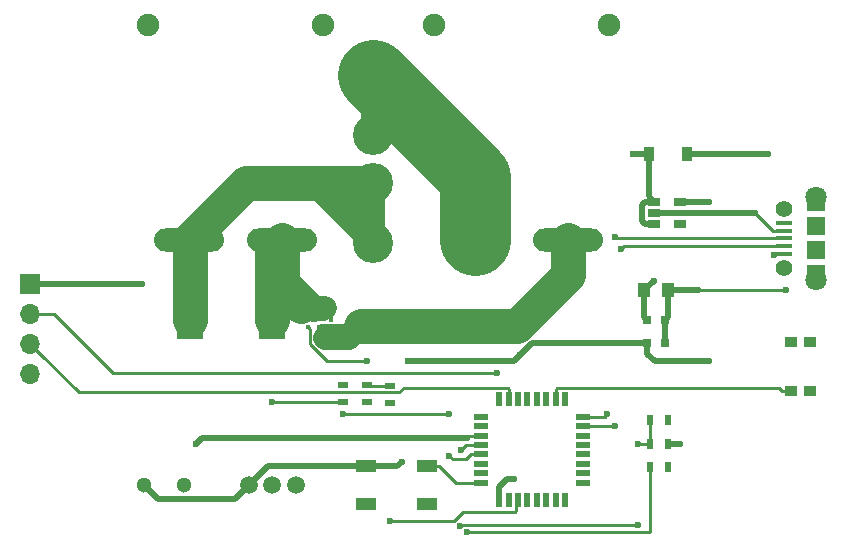
<source format=gbr>
G04 #@! TF.FileFunction,Copper,L1,Top,Signal*
%FSLAX46Y46*%
G04 Gerber Fmt 4.6, Leading zero omitted, Abs format (unit mm)*
G04 Created by KiCad (PCBNEW 4.0.7-e2-6376~61~ubuntu18.04.1) date Sat Jul 21 17:42:36 2018*
%MOMM*%
%LPD*%
G01*
G04 APERTURE LIST*
%ADD10C,0.100000*%
%ADD11R,1.000000X1.250000*%
%ADD12R,0.800000X0.750000*%
%ADD13R,0.900000X1.200000*%
%ADD14R,2.250000X3.200000*%
%ADD15C,3.400000*%
%ADD16R,1.700000X1.700000*%
%ADD17O,1.700000X1.700000*%
%ADD18O,5.930000X1.970000*%
%ADD19C,1.900000*%
%ADD20R,1.350000X0.450000*%
%ADD21C,1.408000*%
%ADD22C,1.800000*%
%ADD23R,1.550000X1.500000*%
%ADD24R,0.900000X0.500000*%
%ADD25C,1.300000*%
%ADD26R,0.500000X0.900000*%
%ADD27R,0.998220X0.899160*%
%ADD28C,1.500000*%
%ADD29R,1.270000X0.558800*%
%ADD30R,0.558800X1.270000*%
%ADD31R,1.651000X0.998220*%
%ADD32R,1.060000X0.650000*%
%ADD33R,0.450000X0.300000*%
%ADD34R,0.750000X0.300000*%
%ADD35R,1.000000X0.950000*%
%ADD36C,0.300000*%
%ADD37C,0.600000*%
%ADD38C,0.500000*%
%ADD39C,3.000000*%
%ADD40C,2.000000*%
%ADD41C,0.250000*%
%ADD42C,6.000000*%
G04 APERTURE END LIST*
D10*
D11*
X122000000Y-89500000D03*
X124000000Y-89500000D03*
D12*
X123750000Y-92000000D03*
X122250000Y-92000000D03*
X123750000Y-94000000D03*
X122250000Y-94000000D03*
D13*
X122350000Y-78000000D03*
X125650000Y-78000000D03*
D14*
X83550000Y-92000000D03*
X90450000Y-92000000D03*
D15*
X99000000Y-76360000D03*
X99000000Y-80420000D03*
X99000000Y-71280000D03*
X99000000Y-85500000D03*
D16*
X70000000Y-88960000D03*
D17*
X70000000Y-91500000D03*
X70000000Y-94040000D03*
X70000000Y-96580000D03*
D18*
X107660000Y-85240000D03*
X115560000Y-85240000D03*
D19*
X104220000Y-67000000D03*
X119000000Y-67000000D03*
D18*
X83440000Y-85240000D03*
X91340000Y-85240000D03*
D19*
X80000000Y-67000000D03*
X94780000Y-67000000D03*
D20*
X133825000Y-86400000D03*
X133825000Y-85750000D03*
X133825000Y-85100000D03*
X133825000Y-84450000D03*
X133825000Y-83800000D03*
D21*
X133800000Y-87600000D03*
X133800000Y-82600000D03*
D22*
X136500000Y-88600000D03*
X136500000Y-81600000D03*
D23*
X136500000Y-86100000D03*
X136500000Y-84100000D03*
X136500000Y-88150000D03*
X136500000Y-82050000D03*
D24*
X100500000Y-97571429D03*
X100500000Y-99071429D03*
X98500000Y-97500000D03*
X98500000Y-99000000D03*
X96500000Y-99000000D03*
X96500000Y-97500000D03*
D25*
X79600000Y-106000000D03*
X83000000Y-106000000D03*
D26*
X122500000Y-104500000D03*
X124000000Y-104500000D03*
X124000000Y-102500000D03*
X122500000Y-102500000D03*
X122500000Y-100500000D03*
X124000000Y-100500000D03*
D27*
X134404880Y-93900440D03*
X134404880Y-98000000D03*
X136000000Y-98000000D03*
X136000000Y-93900440D03*
D28*
X90500000Y-106000000D03*
X92500000Y-106000000D03*
X88500000Y-106000000D03*
D29*
X108207400Y-100200920D03*
X108207400Y-101001020D03*
X108207400Y-101801120D03*
X108207400Y-102601220D03*
X108207400Y-103398780D03*
X108207400Y-104198880D03*
X108207400Y-104998980D03*
X108207400Y-105799080D03*
D30*
X109700920Y-107292600D03*
X110501020Y-107292600D03*
X111301120Y-107292600D03*
X112101220Y-107292600D03*
X112898780Y-107292600D03*
X113698880Y-107292600D03*
X114498980Y-107292600D03*
X115299080Y-107292600D03*
D29*
X116792600Y-105799080D03*
X116792600Y-104998980D03*
X116792600Y-104198880D03*
X116792600Y-103398780D03*
X116792600Y-102601220D03*
X116792600Y-101801120D03*
X116792600Y-101001020D03*
X116792600Y-100200920D03*
D30*
X115299080Y-98707400D03*
X114498980Y-98707400D03*
X113698880Y-98707400D03*
X112898780Y-98707400D03*
X112101220Y-98707400D03*
X111301120Y-98707400D03*
X110501020Y-98707400D03*
X109700920Y-98707400D03*
D31*
X98424440Y-104402340D03*
X98424440Y-107597660D03*
X103575560Y-107597660D03*
X103575560Y-104402340D03*
D32*
X122800000Y-82000000D03*
X122800000Y-82950000D03*
X122800000Y-83900000D03*
X125000000Y-83900000D03*
X125000000Y-82000000D03*
D33*
X93525000Y-91350000D03*
X93525000Y-92000000D03*
X93525000Y-92650000D03*
X95475000Y-92650000D03*
X95475000Y-92000000D03*
X95475000Y-91350000D03*
D34*
X94595000Y-92650000D03*
D35*
X94500000Y-91675000D03*
D36*
X94500000Y-91675000D03*
D35*
X94500000Y-91675000D03*
D37*
X125000000Y-102500000D03*
X122250000Y-92000000D03*
X122800000Y-88700000D03*
X122800000Y-83900000D03*
X121000000Y-78000000D03*
X124000000Y-100500000D03*
X124000000Y-104500000D03*
X98500000Y-99000000D03*
X112898780Y-98707400D03*
X103575560Y-107597660D03*
X110501020Y-107292600D03*
X131400000Y-82950000D03*
X134404880Y-93900440D03*
X134000000Y-89500000D03*
X126500000Y-89500000D03*
X126500000Y-82950000D03*
X102000000Y-95500000D03*
X101500000Y-104000000D03*
X79500000Y-89000000D03*
X111000000Y-105500000D03*
X111301120Y-98707400D03*
X111500000Y-95000000D03*
X127500000Y-95500000D03*
X127500000Y-82000000D03*
X132500000Y-78000000D03*
X133000000Y-86500000D03*
X109500000Y-96500000D03*
X109700920Y-98707400D03*
X119500000Y-101000000D03*
X120000000Y-86000000D03*
X118874990Y-100000000D03*
X119500000Y-85000000D03*
X98500000Y-95500000D03*
X98500000Y-97500000D03*
X100500000Y-109000000D03*
X100500000Y-99071429D03*
X90500000Y-99000000D03*
X105500000Y-103500000D03*
X105500000Y-100000000D03*
X96500000Y-100000000D03*
X96500000Y-97500000D03*
X107002545Y-101976210D03*
X84000000Y-102500000D03*
X107000000Y-110000000D03*
X106500000Y-103000000D03*
X106374990Y-109434306D03*
X121500000Y-109374990D03*
X121500000Y-102500000D03*
D38*
X125000000Y-102500000D02*
X124000000Y-102500000D01*
X122000000Y-89500000D02*
X122000000Y-91750000D01*
X122000000Y-91750000D02*
X122250000Y-92000000D01*
X122800000Y-88700000D02*
X122000000Y-89500000D01*
X122800000Y-83900000D02*
X122084998Y-83900000D01*
X122084998Y-83900000D02*
X121819999Y-83635001D01*
X121819999Y-83635001D02*
X121819999Y-82264999D01*
X121819999Y-82264999D02*
X122084998Y-82000000D01*
X122084998Y-82000000D02*
X122800000Y-82000000D01*
X122350000Y-78000000D02*
X122350000Y-81550000D01*
X122350000Y-81550000D02*
X122800000Y-82000000D01*
X122350000Y-78000000D02*
X121000000Y-78000000D01*
D39*
X96500000Y-80420000D02*
X92500000Y-80420000D01*
X92500000Y-80420000D02*
X88260000Y-80420000D01*
D40*
X99000000Y-85500000D02*
X93920000Y-80420000D01*
X93920000Y-80420000D02*
X92500000Y-80420000D01*
D39*
X99000000Y-80420000D02*
X96500000Y-80420000D01*
D40*
X99000000Y-85500000D02*
X97300001Y-83800001D01*
X97300001Y-83800001D02*
X97300001Y-81220001D01*
X97300001Y-81220001D02*
X96500000Y-80420000D01*
X99000000Y-85500000D02*
X99000000Y-80420000D01*
D39*
X83550000Y-92000000D02*
X83550000Y-85350000D01*
X83550000Y-85350000D02*
X83440000Y-85240000D01*
X88260000Y-80420000D02*
X83440000Y-85240000D01*
D41*
X95475000Y-92650000D02*
X95950000Y-92650000D01*
X95950000Y-92650000D02*
X96800000Y-93500000D01*
X96800000Y-93500000D02*
X97000000Y-93500000D01*
D39*
X111242268Y-92500000D02*
X98000000Y-92500000D01*
X115560000Y-88182268D02*
X111242268Y-92500000D01*
X115560000Y-85240000D02*
X115560000Y-88182268D01*
D41*
X126500000Y-89500000D02*
X134000000Y-89500000D01*
D38*
X126500000Y-89500000D02*
X124000000Y-89500000D01*
X131400000Y-82950000D02*
X128000000Y-82950000D01*
X126500000Y-82950000D02*
X123580000Y-82950000D01*
X128000000Y-82950000D02*
X126500000Y-82950000D01*
X123750000Y-92000000D02*
X123750000Y-94000000D01*
X124000000Y-89500000D02*
X124000000Y-91750000D01*
X124000000Y-91750000D02*
X123750000Y-92000000D01*
D41*
X133825000Y-84450000D02*
X132900000Y-84450000D01*
X132900000Y-84450000D02*
X131400000Y-82950000D01*
D38*
X123580000Y-82950000D02*
X122800000Y-82950000D01*
D40*
X97000000Y-93500000D02*
X95000000Y-93500000D01*
X98000000Y-92500000D02*
X97000000Y-93500000D01*
D38*
X95500000Y-93000000D02*
X96500000Y-93000000D01*
X96000000Y-93000000D02*
X95500000Y-93000000D01*
X95650000Y-92650000D02*
X96000000Y-93000000D01*
X95475000Y-92650000D02*
X95650000Y-92650000D01*
X94595000Y-92650000D02*
X97850000Y-92650000D01*
X97850000Y-92650000D02*
X98000000Y-92500000D01*
X102000000Y-95500000D02*
X111000000Y-95500000D01*
X111000000Y-95500000D02*
X111500000Y-95000000D01*
X98424440Y-104402340D02*
X101097660Y-104402340D01*
X101097660Y-104402340D02*
X101500000Y-104000000D01*
X88500000Y-106000000D02*
X90097660Y-104402340D01*
X90097660Y-104402340D02*
X98424440Y-104402340D01*
X79600000Y-106000000D02*
X80800001Y-107200001D01*
X80800001Y-107200001D02*
X87299999Y-107200001D01*
X87299999Y-107200001D02*
X87750001Y-106749999D01*
X87750001Y-106749999D02*
X88500000Y-106000000D01*
X79500000Y-89000000D02*
X70040000Y-89000000D01*
X70040000Y-89000000D02*
X70000000Y-88960000D01*
X111000000Y-105500000D02*
X110358520Y-105500000D01*
X110358520Y-105500000D02*
X109700920Y-106157600D01*
X109700920Y-106157600D02*
X109700920Y-107292600D01*
X122250000Y-94000000D02*
X112500000Y-94000000D01*
X112500000Y-94000000D02*
X111500000Y-95000000D01*
X127500000Y-95500000D02*
X122875000Y-95500000D01*
X122875000Y-95500000D02*
X122250000Y-94875000D01*
X122250000Y-94875000D02*
X122250000Y-94000000D01*
X125000000Y-82000000D02*
X127500000Y-82000000D01*
X132500000Y-78000000D02*
X125650000Y-78000000D01*
D41*
X133825000Y-86400000D02*
X133100000Y-86400000D01*
X133100000Y-86400000D02*
X133000000Y-86500000D01*
X95475000Y-91350000D02*
X95475000Y-92000000D01*
X93525000Y-92000000D02*
X93525000Y-90899998D01*
X93525000Y-90899998D02*
X93624999Y-90799999D01*
X93525000Y-91350000D02*
X93525000Y-90899998D01*
X95475000Y-91350000D02*
X94465000Y-91350000D01*
X94465000Y-91350000D02*
X94115000Y-91000000D01*
X94500000Y-91675000D02*
X93624999Y-90799999D01*
D40*
X94115000Y-91000000D02*
X95000000Y-91000000D01*
X91340000Y-85240000D02*
X91340000Y-88225000D01*
X91340000Y-88225000D02*
X94115000Y-91000000D01*
X92914999Y-90799999D02*
X93624999Y-90799999D01*
X93624999Y-90799999D02*
X94024990Y-91199990D01*
D39*
X91340000Y-89225000D02*
X92914999Y-90799999D01*
X91340000Y-85240000D02*
X91340000Y-89225000D01*
X90450000Y-92000000D02*
X90450000Y-86130000D01*
X90450000Y-86130000D02*
X91340000Y-85240000D01*
D40*
X99000000Y-76360000D02*
X99000000Y-71280000D01*
D42*
X107660000Y-85240000D02*
X107660000Y-79940000D01*
X107660000Y-79940000D02*
X99000000Y-71280000D01*
D41*
X77000000Y-96500000D02*
X72000000Y-91500000D01*
X72000000Y-91500000D02*
X70000000Y-91500000D01*
X109500000Y-96500000D02*
X77000000Y-96500000D01*
X110501020Y-98707400D02*
X110501020Y-97822400D01*
X110501020Y-97822400D02*
X110426019Y-97747399D01*
X110426019Y-97747399D02*
X101609032Y-97747399D01*
X101609032Y-97747399D02*
X101210001Y-98146430D01*
X101210001Y-98146430D02*
X74106430Y-98146430D01*
X74106430Y-98146430D02*
X70849999Y-94889999D01*
X70849999Y-94889999D02*
X70000000Y-94040000D01*
X119500000Y-101000000D02*
X116793620Y-101000000D01*
X116793620Y-101000000D02*
X116792600Y-101001020D01*
X133825000Y-85750000D02*
X120250000Y-85750000D01*
X120250000Y-85750000D02*
X120000000Y-86000000D01*
X118674070Y-100200920D02*
X118874990Y-100000000D01*
X116792600Y-100200920D02*
X118674070Y-100200920D01*
X133825000Y-85100000D02*
X119600000Y-85100000D01*
X119600000Y-85100000D02*
X119500000Y-85000000D01*
X98500000Y-95500000D02*
X95126153Y-95500000D01*
X95126153Y-95500000D02*
X93674990Y-94048837D01*
X93674990Y-94048837D02*
X93674990Y-92799991D01*
X93674990Y-92799991D02*
X93525000Y-92650000D01*
X100500000Y-97571429D02*
X98571429Y-97571429D01*
X98571429Y-97571429D02*
X98500000Y-97500000D01*
X100500000Y-109000000D02*
X105884294Y-109000000D01*
X105884294Y-109000000D02*
X106631693Y-108252601D01*
X106631693Y-108252601D02*
X111040421Y-108252601D01*
X111040421Y-108252601D02*
X111105421Y-108187601D01*
X111105421Y-108187601D02*
X111105421Y-107488299D01*
X111105421Y-107488299D02*
X111301120Y-107292600D01*
X90500000Y-99000000D02*
X96500000Y-99000000D01*
X107322400Y-103398780D02*
X108207400Y-103398780D01*
X106921181Y-103799999D02*
X107322400Y-103398780D01*
X105799999Y-103799999D02*
X106921181Y-103799999D01*
X105500000Y-103500000D02*
X105799999Y-103799999D01*
X96500000Y-100000000D02*
X105500000Y-100000000D01*
X107177635Y-101801120D02*
X107002545Y-101976210D01*
D38*
X106578281Y-101976210D02*
X107002545Y-101976210D01*
X84523790Y-101976210D02*
X106578281Y-101976210D01*
X84000000Y-102500000D02*
X84523790Y-101976210D01*
D41*
X108207400Y-101801120D02*
X107177635Y-101801120D01*
X122500000Y-110000000D02*
X107000000Y-110000000D01*
X122500000Y-109500000D02*
X122500000Y-110000000D01*
X122500000Y-104500000D02*
X122500000Y-109500000D01*
X106898780Y-102601220D02*
X108207400Y-102601220D01*
X106500000Y-103000000D02*
X106898780Y-102601220D01*
X106434306Y-109374990D02*
X106374990Y-109434306D01*
X121500000Y-109374990D02*
X106434306Y-109374990D01*
X122500000Y-102500000D02*
X121500000Y-102500000D01*
X122500000Y-100500000D02*
X122500000Y-102500000D01*
X134404880Y-98000000D02*
X133655770Y-98000000D01*
X133655770Y-98000000D02*
X133403169Y-97747399D01*
X133403169Y-97747399D02*
X114573981Y-97747399D01*
X114573981Y-97747399D02*
X114498980Y-97822400D01*
X114498980Y-97822400D02*
X114498980Y-98707400D01*
X103575560Y-104402340D02*
X104651060Y-104402340D01*
X104651060Y-104402340D02*
X106047800Y-105799080D01*
X106047800Y-105799080D02*
X107322400Y-105799080D01*
X107322400Y-105799080D02*
X108207400Y-105799080D01*
M02*

</source>
